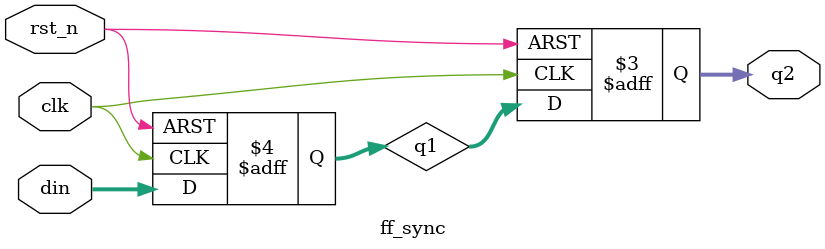
<source format=v>
`timescale 1ns / 1ps


module ff_sync #(parameter SIZE = 4)( 
    output reg [SIZE-1:0] q2,   // Output of the second flip-flop
    input [SIZE-1:0] din,       // Input data
    input clk, rst_n           // Clock and reset
    );

    reg [SIZE-1:0] q1; // Output of the first flip-flop

    always @(posedge clk or negedge rst_n) begin
        if (!rst_n) 
            {q2, q1} <= 0;          // Reset the FIFO
        else 
            {q2, q1} <= {q1, din};  // Shift the data
    end 

endmodule
    

</source>
